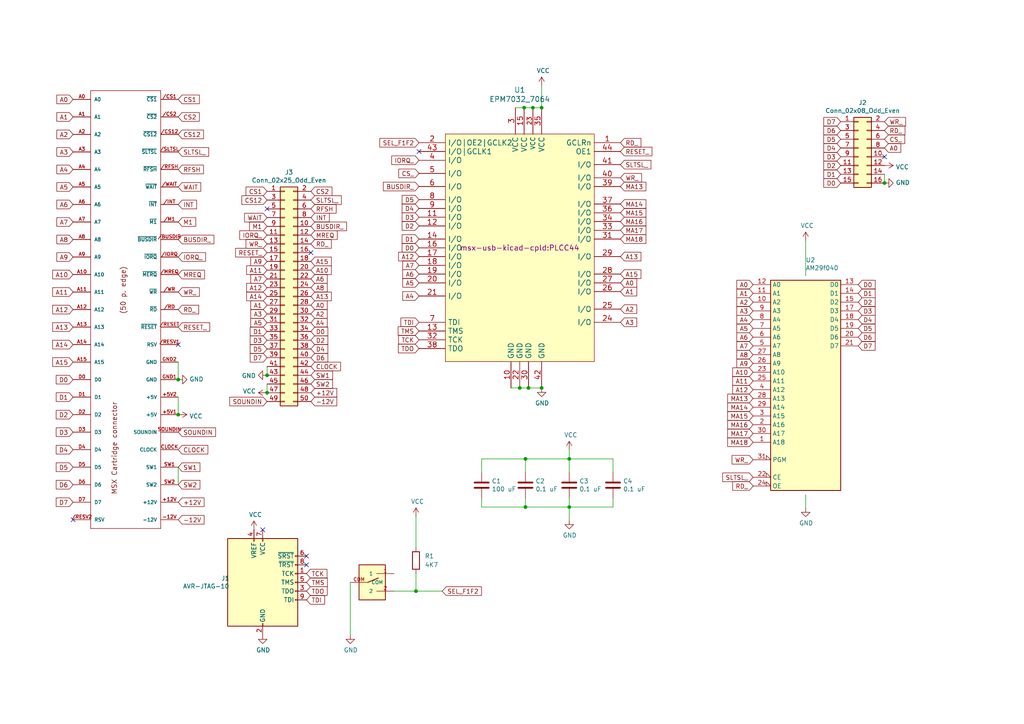
<source format=kicad_sch>
(kicad_sch (version 20211123) (generator eeschema)
  (paper "A4")
  (lib_symbols
    (symbol "Connector:AVR-JTAG-10" (pin_names (offset 1.016))
      (property "Reference" "J" (at -8.89 13.97 0))
      (property "Value" "AVR-JTAG-10" (at 1.27 13.97 0))
      (symbol "AVR-JTAG-10_0_1"
        (rectangle (start -2.667 12.7) (end -2.413 11.938))
        (rectangle (start -0.127 -11.938) (end 0.127 -12.7))
        (rectangle (start -0.127 12.7) (end 0.127 11.938))
        (rectangle (start 10.16 -4.953) (end 9.398 -5.207))
        (rectangle (start 10.16 -2.413) (end 9.398 -2.667))
        (rectangle (start 10.16 0.127) (end 9.398 -0.127))
        (rectangle (start 10.16 2.667) (end 9.398 2.413))
        (rectangle (start 10.16 5.207) (end 9.398 4.953))
        (rectangle (start 10.16 7.747) (end 9.398 7.493))
        (rectangle (start 10.16 12.7) (end -10.16 -12.7) (stroke (width 0.254)) (fill (type background)))
      )
      (symbol "AVR-JTAG-10_1_1"
        (pin passive line (at 12.7 2.54 180) (length 2.54) (name "TCK") (number "1"))
        (pin passive line (at 0 -15.24 90) (length 2.54) hide (name "GND") (number "10"))
        (pin passive line (at 0 -15.24 90) (length 2.54) (name "GND") (number "2"))
        (pin passive line (at 12.7 -2.54 180) (length 2.54) (name "TDO") (number "3"))
        (pin passive line (at -2.54 15.24 270) (length 2.54) (name "VREF") (number "4"))
        (pin passive line (at 12.7 0 180) (length 2.54) (name "TMS") (number "5"))
        (pin passive line (at 12.7 7.62 180) (length 2.54) (name "~{SRST}") (number "6"))
        (pin passive line (at 0 15.24 270) (length 2.54) (name "VCC") (number "7"))
        (pin passive line (at 12.7 5.08 180) (length 2.54) (name "~{TRST}") (number "8"))
        (pin passive line (at 12.7 -5.08 180) (length 2.54) (name "TDI") (number "9"))
      )
    )
    (symbol "Connector_Generic:Conn_02x08_Odd_Even" (pin_names (offset 1.016) hide)
      (property "Reference" "J" (at 1.27 10.16 0))
      (property "Value" "Conn_02x08_Odd_Even" (at 1.27 -12.7 0))
      (symbol "Conn_02x08_Odd_Even_1_1"
        (rectangle (start -1.27 -10.033) (end 0 -10.287) (stroke (width 0.1524)))
        (rectangle (start -1.27 -7.493) (end 0 -7.747) (stroke (width 0.1524)))
        (rectangle (start -1.27 -4.953) (end 0 -5.207) (stroke (width 0.1524)))
        (rectangle (start -1.27 -2.413) (end 0 -2.667) (stroke (width 0.1524)))
        (rectangle (start -1.27 0.127) (end 0 -0.127) (stroke (width 0.1524)))
        (rectangle (start -1.27 2.667) (end 0 2.413) (stroke (width 0.1524)))
        (rectangle (start -1.27 5.207) (end 0 4.953) (stroke (width 0.1524)))
        (rectangle (start -1.27 7.747) (end 0 7.493) (stroke (width 0.1524)))
        (rectangle (start -1.27 8.89) (end 3.81 -11.43) (stroke (width 0.254)) (fill (type background)))
        (rectangle (start 3.81 -10.033) (end 2.54 -10.287) (stroke (width 0.1524)))
        (rectangle (start 3.81 -7.493) (end 2.54 -7.747) (stroke (width 0.1524)))
        (rectangle (start 3.81 -4.953) (end 2.54 -5.207) (stroke (width 0.1524)))
        (rectangle (start 3.81 -2.413) (end 2.54 -2.667) (stroke (width 0.1524)))
        (rectangle (start 3.81 0.127) (end 2.54 -0.127) (stroke (width 0.1524)))
        (rectangle (start 3.81 2.667) (end 2.54 2.413) (stroke (width 0.1524)))
        (rectangle (start 3.81 5.207) (end 2.54 4.953) (stroke (width 0.1524)))
        (rectangle (start 3.81 7.747) (end 2.54 7.493) (stroke (width 0.1524)))
        (pin passive line (at -5.08 7.62 0) (length 3.81) (name "Pin_1") (number "1"))
        (pin passive line (at 7.62 -2.54 180) (length 3.81) (name "Pin_10") (number "10"))
        (pin passive line (at -5.08 -5.08 0) (length 3.81) (name "Pin_11") (number "11"))
        (pin passive line (at 7.62 -5.08 180) (length 3.81) (name "Pin_12") (number "12"))
        (pin passive line (at -5.08 -7.62 0) (length 3.81) (name "Pin_13") (number "13"))
        (pin passive line (at 7.62 -7.62 180) (length 3.81) (name "Pin_14") (number "14"))
        (pin passive line (at -5.08 -10.16 0) (length 3.81) (name "Pin_15") (number "15"))
        (pin passive line (at 7.62 -10.16 180) (length 3.81) (name "Pin_16") (number "16"))
        (pin passive line (at 7.62 7.62 180) (length 3.81) (name "Pin_2") (number "2"))
        (pin passive line (at -5.08 5.08 0) (length 3.81) (name "Pin_3") (number "3"))
        (pin passive line (at 7.62 5.08 180) (length 3.81) (name "Pin_4") (number "4"))
        (pin passive line (at -5.08 2.54 0) (length 3.81) (name "Pin_5") (number "5"))
        (pin passive line (at 7.62 2.54 180) (length 3.81) (name "Pin_6") (number "6"))
        (pin passive line (at -5.08 0 0) (length 3.81) (name "Pin_7") (number "7"))
        (pin passive line (at 7.62 0 180) (length 3.81) (name "Pin_8") (number "8"))
        (pin passive line (at -5.08 -2.54 0) (length 3.81) (name "Pin_9") (number "9"))
      )
    )
    (symbol "Connector_Generic:Conn_02x25_Odd_Even" (pin_names (offset 1.016) hide)
      (property "Reference" "J" (at 1.27 33.02 0))
      (property "Value" "Conn_02x25_Odd_Even" (at 1.27 -33.02 0))
      (symbol "Conn_02x25_Odd_Even_1_1"
        (rectangle (start -1.27 -30.353) (end 0 -30.607) (stroke (width 0.1524)))
        (rectangle (start -1.27 -27.813) (end 0 -28.067) (stroke (width 0.1524)))
        (rectangle (start -1.27 -25.273) (end 0 -25.527) (stroke (width 0.1524)))
        (rectangle (start -1.27 -22.733) (end 0 -22.987) (stroke (width 0.1524)))
        (rectangle (start -1.27 -20.193) (end 0 -20.447) (stroke (width 0.1524)))
        (rectangle (start -1.27 -17.653) (end 0 -17.907) (stroke (width 0.1524)))
        (rectangle (start -1.27 -15.113) (end 0 -15.367) (stroke (width 0.1524)))
        (rectangle (start -1.27 -12.573) (end 0 -12.827) (stroke (width 0.1524)))
        (rectangle (start -1.27 -10.033) (end 0 -10.287) (stroke (width 0.1524)))
        (rectangle (start -1.27 -7.493) (end 0 -7.747) (stroke (width 0.1524)))
        (rectangle (start -1.27 -4.953) (end 0 -5.207) (stroke (width 0.1524)))
        (rectangle (start -1.27 -2.413) (end 0 -2.667) (stroke (width 0.1524)))
        (rectangle (start -1.27 0.127) (end 0 -0.127) (stroke (width 0.1524)))
        (rectangle (start -1.27 2.667) (end 0 2.413) (stroke (width 0.1524)))
        (rectangle (start -1.27 5.207) (end 0 4.953) (stroke (width 0.1524)))
        (rectangle (start -1.27 7.747) (end 0 7.493) (stroke (width 0.1524)))
        (rectangle (start -1.27 10.287) (end 0 10.033) (stroke (width 0.1524)))
        (rectangle (start -1.27 12.827) (end 0 12.573) (stroke (width 0.1524)))
        (rectangle (start -1.27 15.367) (end 0 15.113) (stroke (width 0.1524)))
        (rectangle (start -1.27 17.907) (end 0 17.653) (stroke (width 0.1524)))
        (rectangle (start -1.27 20.447) (end 0 20.193) (stroke (width 0.1524)))
        (rectangle (start -1.27 22.987) (end 0 22.733) (stroke (width 0.1524)))
        (rectangle (start -1.27 25.527) (end 0 25.273) (stroke (width 0.1524)))
        (rectangle (start -1.27 28.067) (end 0 27.813) (stroke (width 0.1524)))
        (rectangle (start -1.27 30.607) (end 0 30.353) (stroke (width 0.1524)))
        (rectangle (start -1.27 31.75) (end 3.81 -31.75) (stroke (width 0.254)) (fill (type background)))
        (rectangle (start 3.81 -30.353) (end 2.54 -30.607) (stroke (width 0.1524)))
        (rectangle (start 3.81 -27.813) (end 2.54 -28.067) (stroke (width 0.1524)))
        (rectangle (start 3.81 -25.273) (end 2.54 -25.527) (stroke (width 0.1524)))
        (rectangle (start 3.81 -22.733) (end 2.54 -22.987) (stroke (width 0.1524)))
        (rectangle (start 3.81 -20.193) (end 2.54 -20.447) (stroke (width 0.1524)))
        (rectangle (start 3.81 -17.653) (end 2.54 -17.907) (stroke (width 0.1524)))
        (rectangle (start 3.81 -15.113) (end 2.54 -15.367) (stroke (width 0.1524)))
        (rectangle (start 3.81 -12.573) (end 2.54 -12.827) (stroke (width 0.1524)))
        (rectangle (start 3.81 -10.033) (end 2.54 -10.287) (stroke (width 0.1524)))
        (rectangle (start 3.81 -7.493) (end 2.54 -7.747) (stroke (width 0.1524)))
        (rectangle (start 3.81 -4.953) (end 2.54 -5.207) (stroke (width 0.1524)))
        (rectangle (start 3.81 -2.413) (end 2.54 -2.667) (stroke (width 0.1524)))
        (rectangle (start 3.81 0.127) (end 2.54 -0.127) (stroke (width 0.1524)))
        (rectangle (start 3.81 2.667) (end 2.54 2.413) (stroke (width 0.1524)))
        (rectangle (start 3.81 5.207) (end 2.54 4.953) (stroke (width 0.1524)))
        (rectangle (start 3.81 7.747) (end 2.54 7.493) (stroke (width 0.1524)))
        (rectangle (start 3.81 10.287) (end 2.54 10.033) (stroke (width 0.1524)))
        (rectangle (start 3.81 12.827) (end 2.54 12.573) (stroke (width 0.1524)))
        (rectangle (start 3.81 15.367) (end 2.54 15.113) (stroke (width 0.1524)))
        (rectangle (start 3.81 17.907) (end 2.54 17.653) (stroke (width 0.1524)))
        (rectangle (start 3.81 20.447) (end 2.54 20.193) (stroke (width 0.1524)))
        (rectangle (start 3.81 22.987) (end 2.54 22.733) (stroke (width 0.1524)))
        (rectangle (start 3.81 25.527) (end 2.54 25.273) (stroke (width 0.1524)))
        (rectangle (start 3.81 28.067) (end 2.54 27.813) (stroke (width 0.1524)))
        (rectangle (start 3.81 30.607) (end 2.54 30.353) (stroke (width 0.1524)))
        (pin passive line (at -5.08 30.48 0) (length 3.81) (name "Pin_1") (number "1"))
        (pin passive line (at 7.62 20.32 180) (length 3.81) (name "Pin_10") (number "10"))
        (pin passive line (at -5.08 17.78 0) (length 3.81) (name "Pin_11") (number "11"))
        (pin passive line (at 7.62 17.78 180) (length 3.81) (name "Pin_12") (number "12"))
        (pin passive line (at -5.08 15.24 0) (length 3.81) (name "Pin_13") (number "13"))
        (pin passive line (at 7.62 15.24 180) (length 3.81) (name "Pin_14") (number "14"))
        (pin passive line (at -5.08 12.7 0) (length 3.81) (name "Pin_15") (number "15"))
        (pin passive line (at 7.62 12.7 180) (length 3.81) (name "Pin_16") (number "16"))
        (pin passive line (at -5.08 10.16 0) (length 3.81) (name "Pin_17") (number "17"))
        (pin passive line (at 7.62 10.16 180) (length 3.81) (name "Pin_18") (number "18"))
        (pin passive line (at -5.08 7.62 0) (length 3.81) (name "Pin_19") (number "19"))
        (pin passive line (at 7.62 30.48 180) (length 3.81) (name "Pin_2") (number "2"))
        (pin passive line (at 7.62 7.62 180) (length 3.81) (name "Pin_20") (number "20"))
        (pin passive line (at -5.08 5.08 0) (length 3.81) (name "Pin_21") (number "21"))
        (pin passive line (at 7.62 5.08 180) (length 3.81) (name "Pin_22") (number "22"))
        (pin passive line (at -5.08 2.54 0) (length 3.81) (name "Pin_23") (number "23"))
        (pin passive line (at 7.62 2.54 180) (length 3.81) (name "Pin_24") (number "24"))
        (pin passive line (at -5.08 0 0) (length 3.81) (name "Pin_25") (number "25"))
        (pin passive line (at 7.62 0 180) (length 3.81) (name "Pin_26") (number "26"))
        (pin passive line (at -5.08 -2.54 0) (length 3.81) (name "Pin_27") (number "27"))
        (pin passive line (at 7.62 -2.54 180) (length 3.81) (name "Pin_28") (number "28"))
        (pin passive line (at -5.08 -5.08 0) (length 3.81) (name "Pin_29") (number "29"))
        (pin passive line (at -5.08 27.94 0) (length 3.81) (name "Pin_3") (number "3"))
        (pin passive line (at 7.62 -5.08 180) (length 3.81) (name "Pin_30") (number "30"))
        (pin passive line (at -5.08 -7.62 0) (length 3.81) (name "Pin_31") (number "31"))
        (pin passive line (at 7.62 -7.62 180) (length 3.81) (name "Pin_32") (number "32"))
        (pin passive line (at -5.08 -10.16 0) (length 3.81) (name "Pin_33") (number "33"))
        (pin passive line (at 7.62 -10.16 180) (length 3.81) (name "Pin_34") (number "34"))
        (pin passive line (at -5.08 -12.7 0) (length 3.81) (name "Pin_35") (number "35"))
        (pin passive line (at 7.62 -12.7 180) (length 3.81) (name "Pin_36") (number "36"))
        (pin passive line (at -5.08 -15.24 0) (length 3.81) (name "Pin_37") (number "37"))
        (pin passive line (at 7.62 -15.24 180) (length 3.81) (name "Pin_38") (number "38"))
        (pin passive line (at -5.08 -17.78 0) (length 3.81) (name "Pin_39") (number "39"))
        (pin passive line (at 7.62 27.94 180) (length 3.81) (name "Pin_4") (number "4"))
        (pin passive line (at 7.62 -17.78 180) (length 3.81) (name "Pin_40") (number "40"))
        (pin passive line (at -5.08 -20.32 0) (length 3.81) (name "Pin_41") (number "41"))
        (pin passive line (at 7.62 -20.32 180) (length 3.81) (name "Pin_42") (number "42"))
        (pin passive line (at -5.08 -22.86 0) (length 3.81) (name "Pin_43") (number "43"))
        (pin passive line (at 7.62 -22.86 180) (length 3.81) (name "Pin_44") (number "44"))
        (pin passive line (at -5.08 -25.4 0) (length 3.81) (name "Pin_45") (number "45"))
        (pin passive line (at 7.62 -25.4 180) (length 3.81) (name "Pin_46") (number "46"))
        (pin passive line (at -5.08 -27.94 0) (length 3.81) (name "Pin_47") (number "47"))
        (pin passive line (at 7.62 -27.94 180) (length 3.81) (name "Pin_48") (number "48"))
        (pin passive line (at -5.08 -30.48 0) (length 3.81) (name "Pin_49") (number "49"))
        (pin passive line (at -5.08 25.4 0) (length 3.81) (name "Pin_5") (number "5"))
        (pin passive line (at 7.62 -30.48 180) (length 3.81) (name "Pin_50") (number "50"))
        (pin passive line (at 7.62 25.4 180) (length 3.81) (name "Pin_6") (number "6"))
        (pin passive line (at -5.08 22.86 0) (length 3.81) (name "Pin_7") (number "7"))
        (pin passive line (at 7.62 22.86 180) (length 3.81) (name "Pin_8") (number "8"))
        (pin passive line (at -5.08 20.32 0) (length 3.81) (name "Pin_9") (number "9"))
      )
    )
    (symbol "Device:C" (pin_numbers hide) (pin_names (offset 0.254))
      (property "Reference" "C" (at 0.635 2.54 0))
      (property "Value" "C" (at 0.635 -2.54 0))
      (symbol "C_0_1"
        (polyline (pts (xy -2.032 -0.762) (xy 2.032 -0.762)) (stroke (width 0.508)))
        (polyline (pts (xy -2.032 0.762) (xy 2.032 0.762)) (stroke (width 0.508)))
      )
      (symbol "C_1_1"
        (pin passive line (at 0 3.81 270) (length 2.794) (name "~") (number "1"))
        (pin passive line (at 0 -3.81 90) (length 2.794) (name "~") (number "2"))
      )
    )
    (symbol "Device:R" (pin_numbers hide) (pin_names (offset 0))
      (property "Reference" "R" (at 2.032 0 90))
      (property "Value" "R" (at 0 0 90))
      (symbol "R_0_1"
        (rectangle (start -1.016 -2.54) (end 1.016 2.54) (stroke (width 0.254)))
      )
      (symbol "R_1_1"
        (pin passive line (at 0 3.81 270) (length 1.27) (name "~") (number "1"))
        (pin passive line (at 0 -3.81 90) (length 1.27) (name "~") (number "2"))
      )
    )
    (symbol "EPM7064_(44-PLCC):EPM7032-7064" (pin_names (offset 0.762))
      (property "Reference" "U" (at 12.7 35.56 0))
      (property "Value" "EPM7032-7064" (at 0 -3.81 0))
      (symbol "EPM7032-7064_0_1"
        (rectangle (start -21.59 33.02) (end 21.59 -33.02) (fill (type background)))
      )
      (symbol "EPM7032-7064_1_1"
        (pin bidirectional line (at 29.21 30.48 180) (length 7.62) (name "GCLRn") (number "1"))
        (pin power_in line (at -2.54 -40.64 90) (length 7.62) (name "GND") (number "10"))
        (pin bidirectional line (at -29.21 8.89 0) (length 7.62) (name "I/O") (number "11"))
        (pin bidirectional line (at -29.21 6.35 0) (length 7.62) (name "I/O") (number "12"))
        (pin input line (at -29.21 -24.13 0) (length 7.62) (name "TMS") (number "13"))
        (pin bidirectional line (at -29.21 2.54 0) (length 7.62) (name "I/O") (number "14"))
        (pin power_in line (at 1.27 40.64 270) (length 7.62) (name "VCC") (number "15"))
        (pin bidirectional line (at -29.21 0 0) (length 7.62) (name "I/O") (number "16"))
        (pin bidirectional line (at -29.21 -2.54 0) (length 7.62) (name "I/O") (number "17"))
        (pin bidirectional line (at -29.21 -5.08 0) (length 7.62) (name "I/O") (number "18"))
        (pin bidirectional line (at -29.21 -7.62 0) (length 7.62) (name "I/O") (number "19"))
        (pin bidirectional line (at -29.21 30.48 0) (length 7.62) (name "I/O|OE2|GCLK2") (number "2"))
        (pin bidirectional line (at -29.21 -10.16 0) (length 7.62) (name "I/O") (number "20"))
        (pin bidirectional line (at -29.21 -13.97 0) (length 7.62) (name "I/O") (number "21"))
        (pin power_in line (at 0 -40.64 90) (length 7.62) (name "GND") (number "22"))
        (pin power_in line (at 3.81 40.64 270) (length 7.62) (name "VCC") (number "23"))
        (pin bidirectional line (at 29.21 -21.59 180) (length 7.62) (name "I/O") (number "24"))
        (pin bidirectional line (at 29.21 -17.78 180) (length 7.62) (name "I/O") (number "25"))
        (pin bidirectional line (at 29.21 -12.7 180) (length 7.62) (name "I/O") (number "26"))
        (pin bidirectional line (at 29.21 -10.16 180) (length 7.62) (name "I/O") (number "27"))
        (pin bidirectional line (at 29.21 -7.62 180) (length 7.62) (name "I/O") (number "28"))
        (pin bidirectional line (at 29.21 -2.54 180) (length 7.62) (name "I/O") (number "29"))
        (pin power_in line (at -1.27 40.64 270) (length 7.62) (name "VCC") (number "3"))
        (pin power_in line (at 2.54 -40.64 90) (length 7.62) (name "GND") (number "30"))
        (pin bidirectional line (at 29.21 2.54 180) (length 7.62) (name "I/O") (number "31"))
        (pin input line (at -29.21 -26.67 0) (length 7.62) (name "TCK") (number "32"))
        (pin bidirectional line (at 29.21 5.08 180) (length 7.62) (name "I/O") (number "33"))
        (pin bidirectional line (at 29.21 7.62 180) (length 7.62) (name "I/O") (number "34"))
        (pin power_in line (at 6.35 40.64 270) (length 7.62) (name "VCC") (number "35"))
        (pin bidirectional line (at 29.21 10.16 180) (length 7.62) (name "I/O") (number "36"))
        (pin bidirectional line (at 29.21 12.7 180) (length 7.62) (name "I/O") (number "37"))
        (pin bidirectional line (at -29.21 -29.21 0) (length 7.62) (name "TDO") (number "38"))
        (pin bidirectional line (at 29.21 17.78 180) (length 7.62) (name "I/O") (number "39"))
        (pin bidirectional line (at -29.21 25.4 0) (length 7.62) (name "I/O") (number "4"))
        (pin bidirectional line (at 29.21 20.32 180) (length 7.62) (name "I/O") (number "40"))
        (pin bidirectional line (at 29.21 24.13 180) (length 7.62) (name "I/O") (number "41"))
        (pin power_in line (at 6.35 -40.64 90) (length 7.62) (name "GND") (number "42"))
        (pin bidirectional line (at -29.21 27.94 0) (length 7.62) (name "I/O|GCLK1") (number "43"))
        (pin bidirectional line (at 29.21 27.94 180) (length 7.62) (name "OE1") (number "44"))
        (pin bidirectional line (at -29.21 21.59 0) (length 7.62) (name "I/O") (number "5"))
        (pin bidirectional line (at -29.21 17.78 0) (length 7.62) (name "I/O") (number "6"))
        (pin input line (at -29.21 -21.59 0) (length 7.62) (name "TDI") (number "7"))
        (pin bidirectional line (at -29.21 13.97 0) (length 7.62) (name "I/O") (number "8"))
        (pin bidirectional line (at -29.21 11.43 0) (length 7.62) (name "I/O") (number "9"))
      )
    )
    (symbol "Memory_Flash:SST39SF040"
      (property "Reference" "U" (at 2.54 33.02 0))
      (property "Value" "SST39SF040" (at 0 -30.48 0))
      (symbol "SST39SF040_0_0"
        (pin power_in line (at 0 -30.48 90) (length 1.27) hide (name "GND") (number "16"))
        (pin power_in line (at 0 33.02 270) (length 1.27) hide (name "VCC") (number "32"))
      )
      (symbol "SST39SF040_0_1"
        (rectangle (start -10.16 31.75) (end 10.16 -29.21) (stroke (width 0.254)) (fill (type background)))
      )
      (symbol "SST39SF040_1_1"
        (pin input line (at -15.24 -15.24 0) (length 5.08) (name "A18") (number "1"))
        (pin input line (at -15.24 25.4 0) (length 5.08) (name "A2") (number "10"))
        (pin input line (at -15.24 27.94 0) (length 5.08) (name "A1") (number "11"))
        (pin input line (at -15.24 30.48 0) (length 5.08) (name "A0") (number "12"))
        (pin tri_state line (at 15.24 30.48 180) (length 5.08) (name "D0") (number "13"))
        (pin tri_state line (at 15.24 27.94 180) (length 5.08) (name "D1") (number "14"))
        (pin tri_state line (at 15.24 25.4 180) (length 5.08) (name "D2") (number "15"))
        (pin tri_state line (at 15.24 22.86 180) (length 5.08) (name "D3") (number "17"))
        (pin tri_state line (at 15.24 20.32 180) (length 5.08) (name "D4") (number "18"))
        (pin tri_state line (at 15.24 17.78 180) (length 5.08) (name "D5") (number "19"))
        (pin input line (at -15.24 -10.16 0) (length 5.08) (name "A16") (number "2"))
        (pin tri_state line (at 15.24 15.24 180) (length 5.08) (name "D6") (number "20"))
        (pin tri_state line (at 15.24 12.7 180) (length 5.08) (name "D7") (number "21"))
        (pin input input_low (at -15.24 -25.4 0) (length 5.08) (name "CE") (number "22"))
        (pin input line (at -15.24 5.08 0) (length 5.08) (name "A10") (number "23"))
        (pin input input_low (at -15.24 -27.94 0) (length 5.08) (name "OE") (number "24"))
        (pin input line (at -15.24 2.54 0) (length 5.08) (name "A11") (number "25"))
        (pin input line (at -15.24 7.62 0) (length 5.08) (name "A9") (number "26"))
        (pin input line (at -15.24 10.16 0) (length 5.08) (name "A8") (number "27"))
        (pin input line (at -15.24 -2.54 0) (length 5.08) (name "A13") (number "28"))
        (pin input line (at -15.24 -5.08 0) (length 5.08) (name "A14") (number "29"))
        (pin input line (at -15.24 -7.62 0) (length 5.08) (name "A15") (number "3"))
        (pin input line (at -15.24 -12.7 0) (length 5.08) (name "A17") (number "30"))
        (pin input input_low (at -15.24 -20.32 0) (length 5.08) (name "PGM") (number "31"))
        (pin input line (at -15.24 0 0) (length 5.08) (name "A12") (number "4"))
        (pin input line (at -15.24 12.7 0) (length 5.08) (name "A7") (number "5"))
        (pin input line (at -15.24 15.24 0) (length 5.08) (name "A6") (number "6"))
        (pin input line (at -15.24 17.78 0) (length 5.08) (name "A5") (number "7"))
        (pin input line (at -15.24 20.32 0) (length 5.08) (name "A4") (number "8"))
        (pin input line (at -15.24 22.86 0) (length 5.08) (name "A3") (number "9"))
      )
    )
    (symbol "SK12D07VG4:SK12D07VG4" (pin_names (offset 1.016))
      (symbol "SK12D07VG4_0_0"
        (rectangle (start -5.08 -2.54) (end 5.08 5.08) (stroke (width 0.254)) (fill (type background)))
        (polyline (pts (xy 0 0) (xy -1.27 3.048)) (stroke (width 0.254)))
        (pin bidirectional line (at -2.54 7.62 270) (length 5.08) (name "1") (number "1"))
        (pin bidirectional line (at 2.54 7.62 270) (length 5.08) (name "2") (number "2"))
        (pin bidirectional line (at 0 -5.08 90) (length 5.08) (name "COM") (number "COM"))
      )
    )
    (symbol "msx-con:MSX_CON" (pin_names (offset 1.016))
      (symbol "MSX_CON_1_0"
        (polyline (pts (xy -58.42 -10.16) (xy 68.58 -10.16)))
        (polyline (pts (xy -58.42 10.16) (xy -58.42 -10.16)))
        (polyline (pts (xy 68.58 -10.16) (xy 68.58 10.16)))
        (polyline (pts (xy 68.58 10.16) (xy -58.42 10.16)))
        (text "(50 p. edge)" (at 10.7442 0.7112 0) (effects (font (size 1.4224 1.4224))))
        (text "MSX Cartridge connector" (at -35.0774 3.2512 0) (effects (font (size 1.4224 1.4224))))
      )
      (symbol "MSX_CON_1_1"
        (pin power_out line (at -50.8 -15.24 90) (length 5.08) (name "+12V") (number "+12V"))
        (pin power_out line (at -25.4 -15.24 90) (length 5.08) (name "+5V") (number "+5V1"))
        (pin power_out line (at -20.32 -15.24 90) (length 5.08) (name "+5V") (number "+5V2"))
        (pin power_out line (at -55.88 -15.24 90) (length 5.08) (name "-12V") (number "-12V"))
        (pin input line (at 25.4 -15.24 90) (length 5.08) (name "~{BUSDIR}") (number "/BUSDIR"))
        (pin output line (at 66.04 -15.24 90) (length 5.08) (name "~{CS1}") (number "/CS1"))
        (pin output line (at 55.88 -15.24 90) (length 5.08) (name "~{CS12}") (number "/CS12"))
        (pin output line (at 60.96 -15.24 90) (length 5.08) (name "~{CS2}") (number "/CS2"))
        (pin input line (at 35.56 -15.24 90) (length 5.08) (name "~{INT}") (number "/INT"))
        (pin output line (at 20.32 -15.24 90) (length 5.08) (name "~{IORQ}") (number "/IORQ"))
        (pin output line (at 30.48 -15.24 90) (length 5.08) (name "~{M1}") (number "/M1"))
        (pin output line (at 15.24 -15.24 90) (length 5.08) (name "~{MERQ}") (number "/MREQ"))
        (pin output line (at 5.08 -15.24 90) (length 5.08) (name "~{RD}") (number "/RD"))
        (pin output line (at 0 -15.24 90) (length 5.08) (name "~{RESET}") (number "/RESET"))
        (pin unspecified line (at -5.08 -15.24 90) (length 5.08) (name "RSV") (number "/RESV1"))
        (pin unspecified line (at -55.88 15.24 270) (length 5.08) (name "RSV") (number "/RESV2"))
        (pin output line (at 45.72 -15.24 90) (length 5.08) (name "~{RFSH}") (number "/RFSH"))
        (pin output line (at 50.8 -15.24 90) (length 5.08) (name "~{SLTSL}") (number "/SLTSL"))
        (pin input line (at 40.64 -15.24 90) (length 5.08) (name "~{WAIT}") (number "/WAIT"))
        (pin output line (at 10.16 -15.24 90) (length 5.08) (name "~{WR}") (number "/WR"))
        (pin output line (at 66.04 15.24 270) (length 5.08) (name "A0") (number "A0"))
        (pin output line (at 60.96 15.24 270) (length 5.08) (name "A1") (number "A1"))
        (pin output line (at 15.24 15.24 270) (length 5.08) (name "A10") (number "A10"))
        (pin output line (at 10.16 15.24 270) (length 5.08) (name "A11") (number "A11"))
        (pin output line (at 5.08 15.24 270) (length 5.08) (name "A12") (number "A12"))
        (pin output line (at 0 15.24 270) (length 5.08) (name "A13") (number "A13"))
        (pin output line (at -5.08 15.24 270) (length 5.08) (name "A14") (number "A14"))
        (pin output line (at -10.16 15.24 270) (length 5.08) (name "A15") (number "A15"))
        (pin output line (at 55.88 15.24 270) (length 5.08) (name "A2") (number "A2"))
        (pin output line (at 50.8 15.24 270) (length 5.08) (name "A3") (number "A3"))
        (pin output line (at 45.72 15.24 270) (length 5.08) (name "A4") (number "A4"))
        (pin output line (at 40.64 15.24 270) (length 5.08) (name "A5") (number "A5"))
        (pin output line (at 35.56 15.24 270) (length 5.08) (name "A6") (number "A6"))
        (pin output line (at 30.48 15.24 270) (length 5.08) (name "A7") (number "A7"))
        (pin output line (at 25.4 15.24 270) (length 5.08) (name "A8") (number "A8"))
        (pin output line (at 20.32 15.24 270) (length 5.08) (name "A9") (number "A9"))
        (pin output line (at -35.56 -15.24 90) (length 5.08) (name "CLOCK") (number "CLOCK"))
        (pin bidirectional line (at -15.24 15.24 270) (length 5.08) (name "D0") (number "D0"))
        (pin bidirectional line (at -20.32 15.24 270) (length 5.08) (name "D1") (number "D1"))
        (pin bidirectional line (at -25.4 15.24 270) (length 5.08) (name "D2") (number "D2"))
        (pin bidirectional line (at -30.48 15.24 270) (length 5.08) (name "D3") (number "D3"))
        (pin bidirectional line (at -35.56 15.24 270) (length 5.08) (name "D4") (number "D4"))
        (pin bidirectional line (at -40.64 15.24 270) (length 5.08) (name "D5") (number "D5"))
        (pin bidirectional line (at -45.72 15.24 270) (length 5.08) (name "D6") (number "D6"))
        (pin bidirectional line (at -50.8 15.24 270) (length 5.08) (name "D7") (number "D7"))
        (pin power_out line (at -15.24 -15.24 90) (length 5.08) (name "GND") (number "GND1"))
        (pin power_out line (at -10.16 -15.24 90) (length 5.08) (name "GND") (number "GND2"))
        (pin input line (at -30.48 -15.24 90) (length 5.08) (name "SOUNDIN") (number "SOUNDIN"))
        (pin passive line (at -40.64 -15.24 90) (length 5.08) (name "SW1") (number "SW1"))
        (pin passive line (at -45.72 -15.24 90) (length 5.08) (name "SW2") (number "SW2"))
      )
    )
    (symbol "power:GND" (power) (pin_names (offset 0))
      (property "Value" "GND" (at 0 -3.81 0))
      (symbol "GND_0_1"
        (polyline (pts (xy 0 0) (xy 0 -1.27) (xy 1.27 -1.27) (xy 0 -2.54) (xy -1.27 -1.27) (xy 0 -1.27)))
      )
      (symbol "GND_1_1"
        (pin power_in line (at 0 0 270) (length 0) hide (name "GND") (number "1"))
      )
    )
    (symbol "power:VCC" (power) (pin_names (offset 0))
      (property "Value" "VCC" (at 0 3.81 0))
      (symbol "VCC_0_1"
        (polyline (pts (xy -0.762 1.27) (xy 0 2.54)))
        (polyline (pts (xy 0 0) (xy 0 2.54)))
        (polyline (pts (xy 0 2.54) (xy 0.762 1.27)))
      )
      (symbol "VCC_1_1"
        (pin power_in line (at 0 0 90) (length 0) hide (name "VCC") (number "1"))
      )
    )
  )
  (junction (at 157.099 112.522))
  (junction (at 256.54 53.086))
  (junction (at 77.47 108.839))
  (junction (at 51.689 110.109))
  (junction (at 165.1 133.096))
  (junction (at 157.099 31.242))
  (junction (at 152.4 133.096))
  (junction (at 77.47 113.919))
  (junction (at 120.65 171.45))
  (junction (at 152.4 147.066))
  (junction (at 154.559 31.242))
  (junction (at 51.689 120.269))
  (junction (at 152.019 31.242))
  (junction (at 153.289 112.522))
  (junction (at 165.1 147.066))
  (junction (at 150.749 112.522))
  (no_connect (at 76.2 153.67))
  (no_connect (at 121.539 43.942))
  (no_connect (at 88.9 163.83))
  (no_connect (at 88.9 161.29))
  (no_connect (at 256.54 45.466))
  (no_connect (at 77.47 60.579))
  (no_connect (at 90.17 73.279))
  (no_connect (at 51.689 99.949))
  (no_connect (at 21.209 150.749))
  (wire (pts (xy 256.54 50.546) (xy 256.54 53.086)))
  (wire (pts (xy 154.559 31.242) (xy 157.099 31.242)))
  (wire (pts (xy 101.6 168.91) (xy 101.6 184.15)))
  (wire (pts (xy 150.749 112.522) (xy 153.289 112.522)))
  (wire (pts (xy 152.019 31.242) (xy 154.559 31.242)))
  (wire (pts (xy 152.4 147.066) (xy 165.1 147.066)))
  (wire (pts (xy 177.8 147.066) (xy 165.1 147.066)))
  (wire (pts (xy 77.47 111.379) (xy 77.47 113.919)))
  (wire (pts (xy 139.7 133.096) (xy 152.4 133.096)))
  (wire (pts (xy 152.4 136.906) (xy 152.4 133.096)))
  (wire (pts (xy 177.8 133.096) (xy 165.1 133.096)))
  (wire (pts (xy 139.7 147.066) (xy 139.7 144.526)))
  (wire (pts (xy 77.47 106.299) (xy 77.47 108.839)))
  (wire (pts (xy 149.479 31.242) (xy 152.019 31.242)))
  (wire (pts (xy 148.209 112.522) (xy 150.749 112.522)))
  (wire (pts (xy 152.4 133.096) (xy 165.1 133.096)))
  (wire (pts (xy 153.289 112.522) (xy 157.099 112.522)))
  (wire (pts (xy 165.1 133.096) (xy 165.1 136.906)))
  (wire (pts (xy 152.4 144.526) (xy 152.4 147.066)))
  (wire (pts (xy 165.1 144.526) (xy 165.1 147.066)))
  (wire (pts (xy 165.1 133.096) (xy 165.1 130.556)))
  (wire (pts (xy 120.65 171.45) (xy 120.65 166.37)))
  (wire (pts (xy 177.8 144.526) (xy 177.8 147.066)))
  (wire (pts (xy 152.4 147.066) (xy 139.7 147.066)))
  (wire (pts (xy 157.099 24.892) (xy 157.099 31.242)))
  (wire (pts (xy 165.1 147.066) (xy 165.1 150.876)))
  (wire (pts (xy 51.689 105.029) (xy 51.689 110.109)))
  (wire (pts (xy 233.68 80.01) (xy 233.68 69.85)))
  (wire (pts (xy 51.689 140.589) (xy 51.689 135.509)))
  (wire (pts (xy 120.65 149.86) (xy 120.65 158.75)))
  (wire (pts (xy 233.68 147.32) (xy 233.68 143.51)))
  (wire (pts (xy 51.689 120.269) (xy 51.689 115.189)))
  (wire (pts (xy 114.3 171.45) (xy 120.65 171.45)))
  (wire (pts (xy 120.65 171.45) (xy 128.27 171.45)))
  (wire (pts (xy 139.7 136.906) (xy 139.7 133.096)))
  (wire (pts (xy 177.8 136.906) (xy 177.8 133.096)))
  (global_label "D5" (shape input) (at 248.92 95.25 0) (property "Intersheet References" "${INTERSHEET_REFS}" (effects hide)))
  (global_label "MA17" (shape input) (at 218.44 125.73 180) (property "Intersheet References" "${INTERSHEET_REFS}" (effects hide)))
  (global_label "A10" (shape input) (at 90.17 78.359 0) (property "Intersheet References" "${INTERSHEET_REFS}" (effects hide)))
  (global_label "RD_" (shape input) (at 256.54 37.846 0) (property "Intersheet References" "${INTERSHEET_REFS}" (effects hide)))
  (global_label "D5" (shape input) (at 21.209 135.509 180) (property "Intersheet References" "${INTERSHEET_REFS}" (effects hide)))
  (global_label "A0" (shape input) (at 256.54 42.926 0) (property "Intersheet References" "${INTERSHEET_REFS}" (effects hide)))
  (global_label "D6" (shape input) (at 90.17 103.759 0) (property "Intersheet References" "${INTERSHEET_REFS}" (effects hide)))
  (global_label "D0" (shape input) (at 121.539 71.882 180) (property "Intersheet References" "${INTERSHEET_REFS}" (effects hide)))
  (global_label "BUSDIR_" (shape input) (at 51.689 69.469 0) (property "Intersheet References" "${INTERSHEET_REFS}" (effects hide)))
  (global_label "RD_" (shape input) (at 218.44 140.97 180) (property "Intersheet References" "${INTERSHEET_REFS}" (effects hide)))
  (global_label "A10" (shape input) (at 21.209 79.629 180) (property "Intersheet References" "${INTERSHEET_REFS}" (effects hide)))
  (global_label "A12" (shape input) (at 218.44 113.03 180) (property "Intersheet References" "${INTERSHEET_REFS}" (effects hide)))
  (global_label "MA16" (shape input) (at 179.959 64.262 0) (property "Intersheet References" "${INTERSHEET_REFS}" (effects hide)))
  (global_label "CS2" (shape input) (at 51.689 33.909 0) (property "Intersheet References" "${INTERSHEET_REFS}" (effects hide)))
  (global_label "IORQ_" (shape input) (at 51.689 74.549 0) (property "Intersheet References" "${INTERSHEET_REFS}" (effects hide)))
  (global_label "A1" (shape input) (at 21.209 33.909 180) (property "Intersheet References" "${INTERSHEET_REFS}" (effects hide)))
  (global_label "A8" (shape input) (at 218.44 102.87 180) (property "Intersheet References" "${INTERSHEET_REFS}" (effects hide)))
  (global_label "A7" (shape input) (at 21.209 64.389 180) (property "Intersheet References" "${INTERSHEET_REFS}" (effects hide)))
  (global_label "CS1" (shape input) (at 77.47 55.499 180) (property "Intersheet References" "${INTERSHEET_REFS}" (effects hide)))
  (global_label "BUSDIR_" (shape input) (at 90.17 65.659 0) (property "Intersheet References" "${INTERSHEET_REFS}" (effects hide)))
  (global_label "D3" (shape input) (at 243.84 45.466 180) (property "Intersheet References" "${INTERSHEET_REFS}" (effects hide)))
  (global_label "MA18" (shape input) (at 218.44 128.27 180) (property "Intersheet References" "${INTERSHEET_REFS}" (effects hide)))
  (global_label "A8" (shape input) (at 90.17 83.439 0) (property "Intersheet References" "${INTERSHEET_REFS}" (effects hide)))
  (global_label "D1" (shape input) (at 243.84 50.546 180) (property "Intersheet References" "${INTERSHEET_REFS}" (effects hide)))
  (global_label "WAIT" (shape input) (at 51.689 54.229 0) (property "Intersheet References" "${INTERSHEET_REFS}" (effects hide)))
  (global_label "SOUNDIN" (shape input) (at 77.47 116.459 180) (property "Intersheet References" "${INTERSHEET_REFS}" (effects hide)))
  (global_label "A2" (shape input) (at 218.44 87.63 180) (property "Intersheet References" "${INTERSHEET_REFS}" (effects hide)))
  (global_label "D4" (shape input) (at 21.209 130.429 180) (property "Intersheet References" "${INTERSHEET_REFS}" (effects hide)))
  (global_label "A7" (shape input) (at 121.539 76.962 180) (property "Intersheet References" "${INTERSHEET_REFS}" (effects hide)))
  (global_label "SLTSL_" (shape input) (at 51.689 44.069 0) (property "Intersheet References" "${INTERSHEET_REFS}" (effects hide)))
  (global_label "A13" (shape input) (at 90.17 85.979 0) (property "Intersheet References" "${INTERSHEET_REFS}" (effects hide)))
  (global_label "A2" (shape input) (at 21.209 38.989 180) (property "Intersheet References" "${INTERSHEET_REFS}" (effects hide)))
  (global_label "D6" (shape input) (at 248.92 97.79 0) (property "Intersheet References" "${INTERSHEET_REFS}" (effects hide)))
  (global_label "CLOCK" (shape input) (at 90.17 106.299 0) (property "Intersheet References" "${INTERSHEET_REFS}" (effects hide)))
  (global_label "WR_" (shape input) (at 77.47 70.739 180) (property "Intersheet References" "${INTERSHEET_REFS}" (effects hide)))
  (global_label "A2" (shape input) (at 90.17 91.059 0) (property "Intersheet References" "${INTERSHEET_REFS}" (effects hide)))
  (global_label "D5" (shape input) (at 77.47 101.219 180) (property "Intersheet References" "${INTERSHEET_REFS}" (effects hide)))
  (global_label "+12V" (shape input) (at 90.17 113.919 0) (property "Intersheet References" "${INTERSHEET_REFS}" (effects hide)))
  (global_label "D1" (shape input) (at 21.209 115.189 180) (property "Intersheet References" "${INTERSHEET_REFS}" (effects hide)))
  (global_label "D4" (shape input) (at 248.92 92.71 0) (property "Intersheet References" "${INTERSHEET_REFS}" (effects hide)))
  (global_label "RFSH" (shape input) (at 90.17 60.579 0) (property "Intersheet References" "${INTERSHEET_REFS}" (effects hide)))
  (global_label "CLOCK" (shape input) (at 51.689 130.429 0) (property "Intersheet References" "${INTERSHEET_REFS}" (effects hide)))
  (global_label "CS1" (shape input) (at 51.689 28.829 0) (property "Intersheet References" "${INTERSHEET_REFS}" (effects hide)))
  (global_label "MREQ" (shape input) (at 51.689 79.629 0) (property "Intersheet References" "${INTERSHEET_REFS}" (effects hide)))
  (global_label "A15" (shape input) (at 90.17 75.819 0) (property "Intersheet References" "${INTERSHEET_REFS}" (effects hide)))
  (global_label "MA15" (shape input) (at 218.44 120.65 180) (property "Intersheet References" "${INTERSHEET_REFS}" (effects hide)))
  (global_label "A15" (shape input) (at 21.209 105.029 180) (property "Intersheet References" "${INTERSHEET_REFS}" (effects hide)))
  (global_label "M1" (shape input) (at 77.47 65.659 180) (property "Intersheet References" "${INTERSHEET_REFS}" (effects hide)))
  (global_label "CS12" (shape input) (at 77.47 58.039 180) (property "Intersheet References" "${INTERSHEET_REFS}" (effects hide)))
  (global_label "D0" (shape input) (at 90.17 96.139 0) (property "Intersheet References" "${INTERSHEET_REFS}" (effects hide)))
  (global_label "IORQ_" (shape input) (at 77.47 68.199 180) (property "Intersheet References" "${INTERSHEET_REFS}" (effects hide)))
  (global_label "A2" (shape input) (at 179.959 89.662 0) (property "Intersheet References" "${INTERSHEET_REFS}" (effects hide)))
  (global_label "WR_" (shape input) (at 256.54 35.306 0) (property "Intersheet References" "${INTERSHEET_REFS}" (effects hide)))
  (global_label "D2" (shape input) (at 21.209 120.269 180) (property "Intersheet References" "${INTERSHEET_REFS}" (effects hide)))
  (global_label "D2" (shape input) (at 243.84 48.006 180) (property "Intersheet References" "${INTERSHEET_REFS}" (effects hide)))
  (global_label "D5" (shape input) (at 243.84 40.386 180) (property "Intersheet References" "${INTERSHEET_REFS}" (effects hide)))
  (global_label "D6" (shape input) (at 243.84 37.846 180) (property "Intersheet References" "${INTERSHEET_REFS}" (effects hide)))
  (global_label "SW1" (shape input) (at 90.17 108.839 0) (property "Intersheet References" "${INTERSHEET_REFS}" (effects hide)))
  (global_label "A12" (shape input) (at 21.209 89.789 180) (property "Intersheet References" "${INTERSHEET_REFS}" (effects hide)))
  (global_label "A7" (shape input) (at 77.47 80.899 180) (property "Intersheet References" "${INTERSHEET_REFS}" (effects hide)))
  (global_label "-12V" (shape input) (at 51.689 150.749 0) (property "Intersheet References" "${INTERSHEET_REFS}" (effects hide)))
  (global_label "A0" (shape input) (at 218.44 82.55 180) (property "Intersheet References" "${INTERSHEET_REFS}" (effects hide)))
  (global_label "A0" (shape input) (at 179.959 82.042 0) (property "Intersheet References" "${INTERSHEET_REFS}" (effects hide)))
  (global_label "A8" (shape input) (at 21.209 69.469 180) (property "Intersheet References" "${INTERSHEET_REFS}" (effects hide)))
  (global_label "A11" (shape input) (at 21.209 84.709 180) (property "Intersheet References" "${INTERSHEET_REFS}" (effects hide)))
  (global_label "RD_" (shape input) (at 179.959 41.402 0) (property "Intersheet References" "${INTERSHEET_REFS}" (effects hide)))
  (global_label "D7" (shape input) (at 243.84 35.306 180) (property "Intersheet References" "${INTERSHEET_REFS}" (effects hide)))
  (global_label "+12V" (shape input) (at 51.689 145.669 0) (property "Intersheet References" "${INTERSHEET_REFS}" (effects hide)))
  (global_label "D2" (shape input) (at 121.539 65.532 180) (property "Intersheet References" "${INTERSHEET_REFS}" (effects hide)))
  (global_label "MA18" (shape input) (at 179.959 69.342 0) (property "Intersheet References" "${INTERSHEET_REFS}" (effects hide)))
  (global_label "D7" (shape input) (at 248.92 100.33 0) (property "Intersheet References" "${INTERSHEET_REFS}" (effects hide)))
  (global_label "D4" (shape input) (at 121.539 60.452 180) (property "Intersheet References" "${INTERSHEET_REFS}" (effects hide)))
  (global_label "MA13" (shape input) (at 218.44 115.57 180) (property "Intersheet References" "${INTERSHEET_REFS}" (effects hide)))
  (global_label "CS12" (shape input) (at 51.689 38.989 0) (property "Intersheet References" "${INTERSHEET_REFS}" (effects hide)))
  (global_label "SW2" (shape input) (at 51.689 140.589 0) (property "Intersheet References" "${INTERSHEET_REFS}" (effects hide)))
  (global_label "MA14" (shape input) (at 218.44 118.11 180) (property "Intersheet References" "${INTERSHEET_REFS}" (effects hide)))
  (global_label "D0" (shape input) (at 21.209 110.109 180) (property "Intersheet References" "${INTERSHEET_REFS}" (effects hide)))
  (global_label "A14" (shape input) (at 77.47 85.979 180) (property "Intersheet References" "${INTERSHEET_REFS}" (effects hide)))
  (global_label "A3" (shape input) (at 179.959 93.472 0) (property "Intersheet References" "${INTERSHEET_REFS}" (effects hide)))
  (global_label "A4" (shape input) (at 121.539 85.852 180) (property "Intersheet References" "${INTERSHEET_REFS}" (effects hide)))
  (global_label "SLTSL_" (shape input) (at 179.959 47.752 0) (property "Intersheet References" "${INTERSHEET_REFS}" (effects hide)))
  (global_label "SEL_F1F2" (shape input) (at 128.27 171.45 0) (property "Intersheet References" "${INTERSHEET_REFS}" (effects hide)))
  (global_label "D3" (shape input) (at 21.209 125.349 180) (property "Intersheet References" "${INTERSHEET_REFS}" (effects hide)))
  (global_label "MA14" (shape input) (at 179.959 59.182 0) (property "Intersheet References" "${INTERSHEET_REFS}" (effects hide)))
  (global_label "TMS" (shape input) (at 121.539 96.012 180) (property "Intersheet References" "${INTERSHEET_REFS}" (effects hide)))
  (global_label "SW2" (shape input) (at 90.17 111.379 0) (property "Intersheet References" "${INTERSHEET_REFS}" (effects hide)))
  (global_label "A13" (shape input) (at 21.209 94.869 180) (property "Intersheet References" "${INTERSHEET_REFS}" (effects hide)))
  (global_label "TDO" (shape input) (at 88.9 171.45 0) (property "Intersheet References" "${INTERSHEET_REFS}" (effects hide)))
  (global_label "A9" (shape input) (at 218.44 105.41 180) (property "Intersheet References" "${INTERSHEET_REFS}" (effects hide)))
  (global_label "D0" (shape input) (at 248.92 82.55 0) (property "Intersheet References" "${INTERSHEET_REFS}" (effects hide)))
  (global_label "CS_" (shape input) (at 121.539 50.292 180) (property "Intersheet References" "${INTERSHEET_REFS}" (effects hide)))
  (global_label "WR_" (shape input) (at 51.689 84.709 0) (property "Intersheet References" "${INTERSHEET_REFS}" (effects hide)))
  (global_label "TCK" (shape input) (at 121.539 98.552 180) (property "Intersheet References" "${INTERSHEET_REFS}" (effects hide)))
  (global_label "D4" (shape input) (at 243.84 42.926 180) (property "Intersheet References" "${INTERSHEET_REFS}" (effects hide)))
  (global_label "A7" (shape input) (at 218.44 100.33 180) (property "Intersheet References" "${INTERSHEET_REFS}" (effects hide)))
  (global_label "RD_" (shape input) (at 90.17 70.739 0) (property "Intersheet References" "${INTERSHEET_REFS}" (effects hide)))
  (global_label "CS_" (shape input) (at 256.54 40.386 0) (property "Intersheet References" "${INTERSHEET_REFS}" (effects hide)))
  (global_label "A3" (shape input) (at 218.44 90.17 180) (property "Intersheet References" "${INTERSHEET_REFS}" (effects hide)))
  (global_label "A9" (shape input) (at 21.209 74.549 180) (property "Intersheet References" "${INTERSHEET_REFS}" (effects hide)))
  (global_label "D7" (shape input) (at 21.209 145.669 180) (property "Intersheet References" "${INTERSHEET_REFS}" (effects hide)))
  (global_label "A13" (shape input) (at 179.959 74.422 0) (property "Intersheet References" "${INTERSHEET_REFS}" (effects hide)))
  (global_label "RESET_" (shape input) (at 77.47 73.279 180) (property "Intersheet References" "${INTERSHEET_REFS}" (effects hide)))
  (global_label "TCK" (shape input) (at 88.9 166.37 0) (property "Intersheet References" "${INTERSHEET_REFS}" (effects hide)))
  (global_label "D1" (shape input) (at 248.92 85.09 0) (property "Intersheet References" "${INTERSHEET_REFS}" (effects hide)))
  (global_label "SEL_F1F2" (shape input) (at 121.539 41.402 180) (property "Intersheet References" "${INTERSHEET_REFS}" (effects hide)))
  (global_label "D6" (shape input) (at 21.209 140.589 180) (property "Intersheet References" "${INTERSHEET_REFS}" (effects hide)))
  (global_label "A5" (shape input) (at 218.44 95.25 180) (property "Intersheet References" "${INTERSHEET_REFS}" (effects hide)))
  (global_label "D3" (shape input) (at 121.539 62.992 180) (property "Intersheet References" "${INTERSHEET_REFS}" (effects hide)))
  (global_label "A1" (shape input) (at 218.44 85.09 180) (property "Intersheet References" "${INTERSHEET_REFS}" (effects hide)))
  (global_label "SLTSL_" (shape input) (at 218.44 138.43 180) (property "Intersheet References" "${INTERSHEET_REFS}" (effects hide)))
  (global_label "D5" (shape input) (at 121.539 57.912 180) (property "Intersheet References" "${INTERSHEET_REFS}" (effects hide)))
  (global_label "A3" (shape input) (at 21.209 44.069 180) (property "Intersheet References" "${INTERSHEET_REFS}" (effects hide)))
  (global_label "RFSH" (shape input) (at 51.689 49.149 0) (property "Intersheet References" "${INTERSHEET_REFS}" (effects hide)))
  (global_label "SLTSL_" (shape input) (at 90.17 58.039 0) (property "Intersheet References" "${INTERSHEET_REFS}" (effects hide)))
  (global_label "D1" (shape input) (at 77.47 96.139 180) (property "Intersheet References" "${INTERSHEET_REFS}" (effects hide)))
  (global_label "CS2" (shape input) (at 90.17 55.499 0) (property "Intersheet References" "${INTERSHEET_REFS}" (effects hide)))
  (global_label "A12" (shape input) (at 121.539 74.422 180) (property "Intersheet References" "${INTERSHEET_REFS}" (effects hide)))
  (global_label "D0" (shape input) (at 243.84 53.086 180) (property "Intersheet References" "${INTERSHEET_REFS}" (effects hide)))
  (global_label "MA17" (shape input) (at 179.959 66.802 0) (property "Intersheet References" "${INTERSHEET_REFS}" (effects hide)))
  (global_label "WAIT" (shape input) (at 77.47 63.119 180) (property "Intersheet References" "${INTERSHEET_REFS}" (effects hide)))
  (global_label "D3" (shape input) (at 248.92 90.17 0) (property "Intersheet References" "${INTERSHEET_REFS}" (effects hide)))
  (global_label "A15" (shape input) (at 179.959 79.502 0) (property "Intersheet References" "${INTERSHEET_REFS}" (effects hide)))
  (global_label "A6" (shape input) (at 90.17 80.899 0) (property "Intersheet References" "${INTERSHEET_REFS}" (effects hide)))
  (global_label "SOUNDIN" (shape input) (at 51.689 125.349 0) (property "Intersheet References" "${INTERSHEET_REFS}" (effects hide)))
  (global_label "A6" (shape input) (at 21.209 59.309 180) (property "Intersheet References" "${INTERSHEET_REFS}" (effects hide)))
  (global_label "RESET_" (shape input) (at 179.959 43.942 0) (property "Intersheet References" "${INTERSHEET_REFS}" (effects hide)))
  (global_label "MA16" (shape input) (at 218.44 123.19 180) (property "Intersheet References" "${INTERSHEET_REFS}" (effects hide)))
  (global_label "TDI" (shape input) (at 88.9 173.99 0) (property "Intersheet References" "${INTERSHEET_REFS}" (effects hide)))
  (global_label "A1" (shape input) (at 179.959 84.582 0) (property "Intersheet References" "${INTERSHEET_REFS}" (effects hide)))
  (global_label "A4" (shape input) (at 21.209 49.149 180) (property "Intersheet References" "${INTERSHEET_REFS}" (effects hide)))
  (global_label "D4" (shape input) (at 90.17 101.219 0) (property "Intersheet References" "${INTERSHEET_REFS}" (effects hide)))
  (global_label "A4" (shape input) (at 90.17 93.599 0) (property "Intersheet References" "${INTERSHEET_REFS}" (effects hide)))
  (global_label "TMS" (shape input) (at 88.9 168.91 0) (property "Intersheet References" "${INTERSHEET_REFS}" (effects hide)))
  (global_label "MREQ" (shape input) (at 90.17 68.199 0) (property "Intersheet References" "${INTERSHEET_REFS}" (effects hide)))
  (global_label "A14" (shape input) (at 21.209 99.949 180) (property "Intersheet References" "${INTERSHEET_REFS}" (effects hide)))
  (global_label "D1" (shape input) (at 121.539 69.342 180) (property "Intersheet References" "${INTERSHEET_REFS}" (effects hide)))
  (global_label "INT" (shape input) (at 90.17 63.119 0) (property "Intersheet References" "${INTERSHEET_REFS}" (effects hide)))
  (global_label "RESET_" (shape input) (at 51.689 94.869 0) (property "Intersheet References" "${INTERSHEET_REFS}" (effects hide)))
  (global_label "A4" (shape input) (at 218.44 92.71 180) (property "Intersheet References" "${INTERSHEET_REFS}" (effects hide)))
  (global_label "WR_" (shape input) (at 218.44 133.35 180) (property "Intersheet References" "${INTERSHEET_REFS}" (effects hide)))
  (global_label "A5" (shape input) (at 21.209 54.229 180) (property "Intersheet References" "${INTERSHEET_REFS}" (effects hide)))
  (global_label "A6" (shape input) (at 218.44 97.79 180) (property "Intersheet References" "${INTERSHEET_REFS}" (effects hide)))
  (global_label "A0" (shape input) (at 21.209 28.829 180) (property "Intersheet References" "${INTERSHEET_REFS}" (effects hide)))
  (global_label "A10" (shape input) (at 218.44 107.95 180) (property "Intersheet References" "${INTERSHEET_REFS}" (effects hide)))
  (global_label "D3" (shape input) (at 77.47 98.679 180) (property "Intersheet References" "${INTERSHEET_REFS}" (effects hide)))
  (global_label "A5" (shape input) (at 77.47 93.599 180) (property "Intersheet References" "${INTERSHEET_REFS}" (effects hide)))
  (global_label "A11" (shape input) (at 218.44 110.49 180) (property "Intersheet References" "${INTERSHEET_REFS}" (effects hide)))
  (global_label "RD_" (shape input) (at 51.689 89.789 0) (property "Intersheet References" "${INTERSHEET_REFS}" (effects hide)))
  (global_label "INT" (shape input) (at 51.689 59.309 0) (property "Intersheet References" "${INTERSHEET_REFS}" (effects hide)))
  (global_label "WR_" (shape input) (at 179.959 51.562 0) (property "Intersheet References" "${INTERSHEET_REFS}" (effects hide)))
  (global_label "A1" (shape input) (at 77.47 88.519 180) (property "Intersheet References" "${INTERSHEET_REFS}" (effects hide)))
  (global_label "MA13" (shape input) (at 179.959 54.102 0) (property "Intersheet References" "${INTERSHEET_REFS}" (effects hide)))
  (global_label "D2" (shape input) (at 90.17 98.679 0) (property "Intersheet References" "${INTERSHEET_REFS}" (effects hide)))
  (global_label "A12" (shape input) (at 77.47 83.439 180) (property "Intersheet References" "${INTERSHEET_REFS}" (effects hide)))
  (global_label "A9" (shape input) (at 77.47 75.819 180) (property "Intersheet References" "${INTERSHEET_REFS}" (effects hide)))
  (global_label "-12V" (shape input) (at 90.17 116.459 0) (property "Intersheet References" "${INTERSHEET_REFS}" (effects hide)))
  (global_label "A11" (shape input) (at 77.47 78.359 180) (property "Intersheet References" "${INTERSHEET_REFS}" (effects hide)))
  (global_label "D2" (shape input) (at 248.92 87.63 0) (property "Intersheet References" "${INTERSHEET_REFS}" (effects hide)))
  (global_label "D7" (shape input) (at 77.47 103.759 180) (property "Intersheet References" "${INTERSHEET_REFS}" (effects hide)))
  (global_label "IORQ_" (shape input) (at 121.539 46.482 180) (property "Intersheet References" "${INTERSHEET_REFS}" (effects hide)))
  (global_label "SW1" (shape input) (at 51.689 135.509 0) (property "Intersheet References" "${INTERSHEET_REFS}" (effects hide)))
  (global_label "A0" (shape input) (at 90.17 88.519 0) (property "Intersheet References" "${INTERSHEET_REFS}" (effects hide)))
  (global_label "A6" (shape input) (at 121.539 79.502 180) (property "Intersheet References" "${INTERSHEET_REFS}" (effects hide)))
  (global_label "A5" (shape input) (at 121.539 82.042 180) (property "Intersheet References" "${INTERSHEET_REFS}" (effects hide)))
  (global_label "TDI" (shape input) (at 121.539 93.472 180) (property "Intersheet References" "${INTERSHEET_REFS}" (effects hide)))
  (global_label "A3" (shape input) (at 77.47 91.059 180) (property "Intersheet References" "${INTERSHEET_REFS}" (effects hide)))
  (global_label "MA15" (shape input) (at 179.959 61.722 0) (property "Intersheet References" "${INTERSHEET_REFS}" (effects hide)))
  (global_label "M1" (shape input) (at 51.689 64.389 0) (property "Intersheet References" "${INTERSHEET_REFS}" (effects hide)))
  (global_label "TDO" (shape input) (at 121.539 101.092 180) (property "Intersheet References" "${INTERSHEET_REFS}" (effects hide)))
  (global_label "BUSDIR_" (shape input) (at 121.539 54.102 180) (property "Intersheet References" "${INTERSHEET_REFS}" (effects hide)))
  (symbol (lib_id "Connector_Generic:Conn_02x08_Odd_Even") (at 248.92 42.926 0) (unit 1)
    (property "Reference" "J2" (at 250.19 29.7942 0))
    (property "Value" "Conn_02x08_Odd_Even" (at 250.19 32.1056 0))
    (property "Footprint" "msx-usb-kicad-cpld:PinHeader_2x08_P2.54mm_Vertical" (effects hide))
  )
  (symbol (lib_id "power:VCC") (at 51.689 120.269 270) (unit 1)
    (property "Reference" "#PWR02" (effects hide))
    (property "Value" "VCC" (at 54.9148 120.7262 90) (effects (justify left)))
  )
  (symbol (lib_id "power:GND") (at 51.689 110.109 90) (unit 1)
    (property "Reference" "#PWR01" (effects hide))
    (property "Value" "GND" (at 54.9402 109.982 90) (effects (justify right)))
  )
  (symbol (lib_id "power:GND") (at 256.54 53.086 90) (unit 1)
    (property "Reference" "#PWR016" (effects hide))
    (property "Value" "GND" (at 259.7912 52.959 90) (effects (justify right)))
  )
  (symbol (lib_id "power:VCC") (at 256.54 48.006 270) (unit 1)
    (property "Reference" "#PWR015" (effects hide))
    (property "Value" "VCC" (at 259.7912 48.4378 90) (effects (justify left)))
  )
  (symbol (lib_id "Memory_Flash:SST39SF040") (at 233.68 113.03 0) (unit 1)
    (property "Reference" "U2" (at 233.68 75.4126 0) (effects (justify left)))
    (property "Value" "AM29f040" (at 233.68 77.724 0) (effects (justify left)))
    (property "Footprint" "msx-usb-kicad-cpld:PLCC-32_THT-Socket" (effects hide))
    (property "Datasheet" "http://ww1.microchip.com/downloads/en/DeviceDoc/25022B.pdf" (effects hide))
  )
  (symbol (lib_id "power:GND") (at 233.68 147.32 0) (unit 1)
    (property "Reference" "#PWR014" (effects hide))
    (property "Value" "GND" (at 233.807 151.7142 0))
  )
  (symbol (lib_id "power:VCC") (at 233.68 69.85 0) (unit 1)
    (property "Reference" "#PWR013" (effects hide))
    (property "Value" "VCC" (at 234.1118 65.4558 0))
  )
  (symbol (lib_id "Device:C") (at 152.4 140.716 0) (unit 1)
    (property "Reference" "C2" (at 155.321 139.5476 0) (effects (justify left)))
    (property "Value" "0.1 uF" (at 155.321 141.859 0) (effects (justify left)))
    (property "Footprint" "Capacitor_SMD:C_0805_2012Metric_Pad1.18x1.45mm_HandSolder" (effects hide))
  )
  (symbol (lib_id "power:VCC") (at 165.1 130.556 0) (unit 1)
    (property "Reference" "#PWR011" (effects hide))
    (property "Value" "VCC" (at 165.5318 126.1618 0))
  )
  (symbol (lib_id "power:GND") (at 165.1 150.876 0) (unit 1)
    (property "Reference" "#PWR012" (effects hide))
    (property "Value" "GND" (at 165.227 155.2702 0))
  )
  (symbol (lib_id "Device:C") (at 165.1 140.716 0) (unit 1)
    (property "Reference" "C3" (at 168.021 139.5476 0) (effects (justify left)))
    (property "Value" "0.1 uF" (at 168.021 141.859 0) (effects (justify left)))
    (property "Footprint" "Capacitor_SMD:C_0805_2012Metric_Pad1.18x1.45mm_HandSolder" (effects hide))
  )
  (symbol (lib_id "Device:C") (at 177.8 140.716 0) (unit 1)
    (property "Reference" "C4" (at 180.721 139.5476 0) (effects (justify left)))
    (property "Value" "0.1 uF" (at 180.721 141.859 0) (effects (justify left)))
    (property "Footprint" "Capacitor_SMD:C_0805_2012Metric_Pad1.18x1.45mm_HandSolder" (effects hide))
  )
  (symbol (lib_id "Connector:AVR-JTAG-10") (at 76.2 168.91 0) (unit 1)
    (property "Reference" "J1" (at 66.548 167.7416 0) (effects (justify right)))
    (property "Value" "AVR-JTAG-10" (at 66.548 170.053 0) (effects (justify right)))
    (property "Footprint" "msx-usb-kicad-cpld:PinHeader_2x05_P2.54mm_Vertical" (effects hide))
    (property "Datasheet" " ~" (effects hide))
  )
  (symbol (lib_id "msx-con:MSX_CON") (at 36.449 94.869 90) (unit 1)
    (property "Reference" "EDG1" (effects hide))
    (property "Value" "MSX_CON" (effects hide))
    (property "Footprint" "msx-usb-kicad-cpld:msx-con-MSXCART" (effects hide))
  )
  (symbol (lib_id "power:VCC") (at 73.66 153.67 0) (unit 1)
    (property "Reference" "#PWR03" (effects hide))
    (property "Value" "VCC" (at 74.0918 149.2758 0))
  )
  (symbol (lib_id "power:GND") (at 76.2 184.15 0) (unit 1)
    (property "Reference" "#PWR04" (effects hide))
    (property "Value" "GND" (at 76.327 188.5442 0))
  )
  (symbol (lib_id "power:GND") (at 157.099 112.522 0) (unit 1)
    (property "Reference" "#PWR010" (effects hide))
    (property "Value" "GND" (at 157.226 116.9162 0))
  )
  (symbol (lib_id "power:VCC") (at 157.099 24.892 0) (unit 1)
    (property "Reference" "#PWR09" (effects hide))
    (property "Value" "VCC" (at 157.5308 20.4978 0))
  )
  (symbol (lib_id "Device:C") (at 139.7 140.716 0) (unit 1)
    (property "Reference" "C1" (at 142.621 139.5476 0) (effects (justify left)))
    (property "Value" "100 uF" (at 142.621 141.859 0) (effects (justify left)))
    (property "Footprint" "Capacitor_THT:CP_Radial_D5.0mm_P2.50mm" (effects hide))
  )
  (symbol (lib_id "EPM7064_(44-PLCC):EPM7032-7064") (at 150.749 71.882 0) (unit 1)
    (property "Reference" "U1" (at 150.749 26.0858 0) (effects (font (size 1.524 1.524))))
    (property "Value" "EPM7032_7064" (at 150.749 28.7782 0) (effects (font (size 1.524 1.524))))
    (property "Footprint" "msx-usb-kicad-cpld:PLCC44" (at 150.749 71.882 0) (effects (font (size 1.524 1.524))))
  )
  (symbol (lib_id "Connector_Generic:Conn_02x25_Odd_Even") (at 82.55 85.979 0) (unit 1) (in_bom no) (on_board no)
    (property "Reference" "J3" (at 83.82 49.9872 0))
    (property "Value" "Conn_02x25_Odd_Even" (at 83.82 52.2986 0))
    (property "Footprint" "Connector_PinHeader_2.54mm:PinHeader_2x25_P2.54mm_Vertical" (effects hide))
  )
  (symbol (lib_id "power:VCC") (at 77.47 113.919 90) (unit 1)
    (property "Reference" "#PWR06" (effects hide))
    (property "Value" "VCC" (at 74.2442 113.4618 90) (effects (justify left)))
  )
  (symbol (lib_id "power:GND") (at 77.47 108.839 270) (unit 1)
    (property "Reference" "#PWR05" (effects hide))
    (property "Value" "GND" (at 74.2188 108.966 90) (effects (justify right)))
  )
  (symbol (lib_id "Device:R") (at 120.65 162.56 0) (unit 1)
    (property "Reference" "R1" (at 123.19 161.2899 0) (effects (justify left)))
    (property "Value" "4K7" (at 123.19 163.8299 0) (effects (justify left)))
    (property "Footprint" "Resistor_SMD:R_0805_2012Metric_Pad1.20x1.40mm_HandSolder" (effects hide))
  )
  (symbol (lib_id "power:GND") (at 101.6 184.15 0) (unit 1)
    (property "Reference" "#PWR07" (effects hide))
    (property "Value" "GND" (at 101.727 188.5442 0))
  )
  (symbol (lib_id "power:VCC") (at 120.65 149.86 0) (unit 1)
    (property "Reference" "#PWR08" (effects hide))
    (property "Value" "VCC" (at 121.0818 145.4658 0))
  )
  (symbol (lib_id "SK12D07VG4:SK12D07VG4") (at 106.68 168.91 270) (unit 1)
    (property "Reference" "SW1" (effects hide))
    (property "Value" "SK12D07VG4" (effects hide))
    (property "Footprint" "msx-usb-kicad-cpld:SK12D07VG4" (effects hide))
  )
)
</source>
